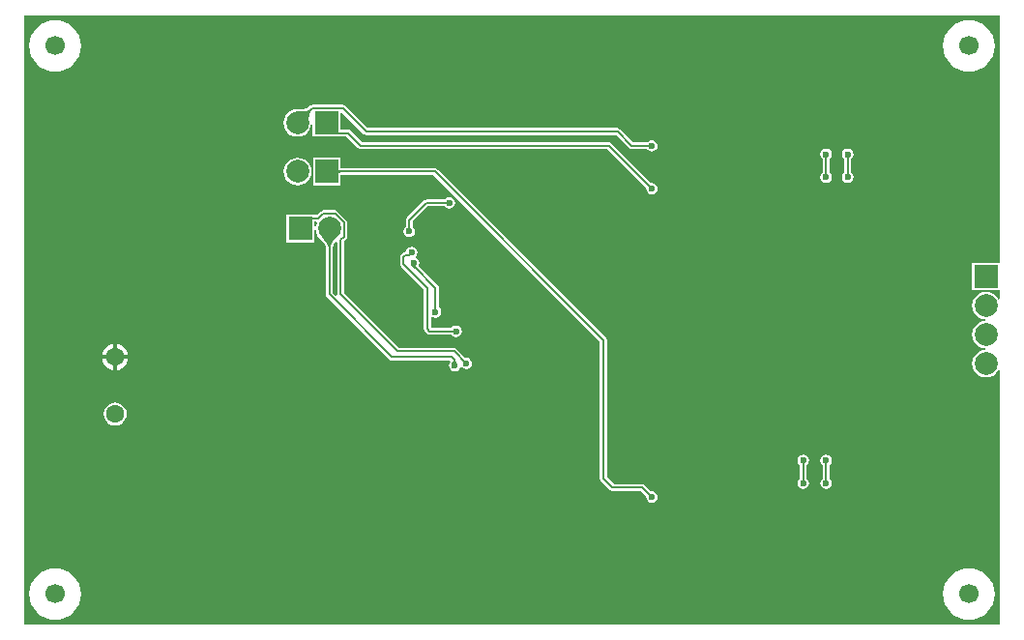
<source format=gbl>
G04*
G04 #@! TF.GenerationSoftware,Altium Limited,Altium Designer,20.1.8 (145)*
G04*
G04 Layer_Physical_Order=2*
G04 Layer_Color=16711680*
%FSLAX44Y44*%
%MOMM*%
G71*
G04*
G04 #@! TF.SameCoordinates,AACEBB51-4B8A-4FFF-B30A-F4DB7F9A4190*
G04*
G04*
G04 #@! TF.FilePolarity,Positive*
G04*
G01*
G75*
%ADD12C,0.2000*%
%ADD36C,1.7000*%
%ADD41C,0.6000*%
%ADD63C,1.6000*%
%ADD64C,2.0000*%
%ADD65R,2.0000X2.0000*%
%ADD66R,2.0000X2.0000*%
%ADD67C,0.5000*%
G36*
X856941Y319900D02*
X833000D01*
Y295900D01*
X856941D01*
Y288348D01*
X855671Y288095D01*
X855482Y288552D01*
X853559Y291059D01*
X851052Y292982D01*
X848133Y294191D01*
X845000Y294604D01*
X841867Y294191D01*
X838948Y292982D01*
X836441Y291059D01*
X834518Y288552D01*
X833309Y285633D01*
X832896Y282500D01*
X833309Y279367D01*
X834518Y276448D01*
X836441Y273941D01*
X838948Y272018D01*
X841867Y270809D01*
X844666Y270441D01*
Y269160D01*
X841867Y268791D01*
X838948Y267582D01*
X836441Y265658D01*
X834518Y263152D01*
X833309Y260233D01*
X832896Y257100D01*
X833309Y253967D01*
X834518Y251048D01*
X836441Y248542D01*
X838948Y246618D01*
X841867Y245409D01*
X844666Y245040D01*
Y243759D01*
X841867Y243391D01*
X838948Y242182D01*
X836441Y240259D01*
X834518Y237752D01*
X833309Y234833D01*
X832896Y231700D01*
X833309Y228567D01*
X834518Y225648D01*
X836441Y223141D01*
X838948Y221218D01*
X841867Y220009D01*
X845000Y219596D01*
X848133Y220009D01*
X851052Y221218D01*
X853559Y223141D01*
X855482Y225648D01*
X855671Y226105D01*
X856941Y225852D01*
Y3059D01*
X3059D01*
Y536941D01*
X856941D01*
Y319900D01*
D02*
G37*
%LPC*%
G36*
X830000Y532609D02*
X825589Y532174D01*
X821348Y530888D01*
X817439Y528799D01*
X814013Y525987D01*
X811201Y522561D01*
X809112Y518652D01*
X807826Y514411D01*
X807391Y510000D01*
X807826Y505589D01*
X809112Y501348D01*
X811201Y497439D01*
X814013Y494013D01*
X817439Y491201D01*
X821348Y489112D01*
X825589Y487826D01*
X830000Y487391D01*
X834411Y487826D01*
X838652Y489112D01*
X842561Y491201D01*
X845987Y494013D01*
X848799Y497439D01*
X850888Y501348D01*
X852174Y505589D01*
X852609Y510000D01*
X852174Y514411D01*
X850888Y518652D01*
X848799Y522561D01*
X845987Y525987D01*
X842561Y528799D01*
X838652Y530888D01*
X834411Y532174D01*
X830000Y532609D01*
D02*
G37*
G36*
X30000D02*
X25589Y532174D01*
X21348Y530888D01*
X17439Y528799D01*
X14013Y525987D01*
X11201Y522561D01*
X9112Y518652D01*
X7826Y514411D01*
X7391Y510000D01*
X7826Y505589D01*
X9112Y501348D01*
X11201Y497439D01*
X14013Y494013D01*
X17439Y491201D01*
X21348Y489112D01*
X25589Y487826D01*
X30000Y487391D01*
X34411Y487826D01*
X38652Y489112D01*
X42561Y491201D01*
X45987Y494013D01*
X48799Y497439D01*
X50888Y501348D01*
X52174Y505589D01*
X52609Y510000D01*
X52174Y514411D01*
X50888Y518652D01*
X48799Y522561D01*
X45987Y525987D01*
X42561Y528799D01*
X38652Y530888D01*
X34411Y532174D01*
X30000Y532609D01*
D02*
G37*
G36*
X282000Y458559D02*
X282000Y458559D01*
X255100D01*
X253930Y458326D01*
X252937Y457663D01*
X251143Y455869D01*
X251028Y455774D01*
X250682Y455574D01*
X250164Y455357D01*
X249480Y455147D01*
X248635Y454958D01*
X247679Y454805D01*
X243746Y454543D01*
X242584Y454540D01*
X242100Y454604D01*
X238967Y454191D01*
X236048Y452982D01*
X233542Y451059D01*
X231618Y448552D01*
X230409Y445633D01*
X229996Y442500D01*
X230409Y439367D01*
X231618Y436448D01*
X233542Y433941D01*
X236048Y432018D01*
X238967Y430809D01*
X242100Y430396D01*
X245233Y430809D01*
X248152Y432018D01*
X250658Y433941D01*
X252582Y436448D01*
X253791Y439367D01*
X254204Y442500D01*
X254140Y442984D01*
X254143Y444181D01*
X254163Y444804D01*
X254230Y444877D01*
X255500Y444384D01*
Y430500D01*
X276204D01*
X276500Y430441D01*
X276500Y430441D01*
X285233D01*
X295337Y420337D01*
X295337Y420337D01*
X296329Y419674D01*
X297500Y419441D01*
X513679D01*
X547530Y385590D01*
X547402Y384946D01*
X547790Y382995D01*
X548895Y381341D01*
X550549Y380236D01*
X552500Y379848D01*
X554451Y380236D01*
X556105Y381341D01*
X557210Y382995D01*
X557598Y384946D01*
X557210Y386897D01*
X556105Y388551D01*
X554451Y389656D01*
X552500Y390044D01*
X551856Y389916D01*
X517109Y424663D01*
X516116Y425326D01*
X514946Y425559D01*
X514946Y425559D01*
X298767D01*
X288663Y435663D01*
X287670Y436326D01*
X286500Y436559D01*
X286500Y436559D01*
X279500D01*
Y452352D01*
X280770Y452404D01*
X300337Y432837D01*
X301329Y432174D01*
X302500Y431941D01*
X302500Y431941D01*
X521233D01*
X532837Y420337D01*
X532837Y420337D01*
X533829Y419674D01*
X535000Y419441D01*
X548530D01*
X548895Y418895D01*
X550549Y417790D01*
X552500Y417402D01*
X554451Y417790D01*
X556105Y418895D01*
X557210Y420549D01*
X557598Y422500D01*
X557210Y424451D01*
X556105Y426105D01*
X554451Y427210D01*
X552500Y427598D01*
X550549Y427210D01*
X548895Y426105D01*
X548530Y425559D01*
X536267D01*
X524663Y437163D01*
X523671Y437826D01*
X522500Y438059D01*
X522500Y438059D01*
X303767D01*
X284163Y457663D01*
X283171Y458326D01*
X282000Y458559D01*
D02*
G37*
G36*
X724000Y420098D02*
X722049Y419710D01*
X720395Y418605D01*
X719290Y416951D01*
X718902Y415000D01*
X719290Y413049D01*
X720395Y411395D01*
X720941Y411030D01*
Y398970D01*
X720395Y398605D01*
X719290Y396951D01*
X718902Y395000D01*
X719290Y393049D01*
X720395Y391395D01*
X722049Y390290D01*
X724000Y389902D01*
X725951Y390290D01*
X727605Y391395D01*
X728710Y393049D01*
X729098Y395000D01*
X728710Y396951D01*
X727605Y398605D01*
X727059Y398970D01*
Y411030D01*
X727605Y411395D01*
X728710Y413049D01*
X729098Y415000D01*
X728710Y416951D01*
X727605Y418605D01*
X725951Y419710D01*
X724000Y420098D01*
D02*
G37*
G36*
X705000D02*
X703049Y419710D01*
X701395Y418605D01*
X700290Y416951D01*
X699902Y415000D01*
X700290Y413049D01*
X701395Y411395D01*
X701941Y411030D01*
Y398970D01*
X701395Y398605D01*
X700290Y396951D01*
X699902Y395000D01*
X700290Y393049D01*
X701395Y391395D01*
X703049Y390290D01*
X705000Y389902D01*
X706951Y390290D01*
X708605Y391395D01*
X709710Y393049D01*
X710098Y395000D01*
X709710Y396951D01*
X708605Y398605D01*
X708059Y398970D01*
Y411030D01*
X708605Y411395D01*
X709710Y413049D01*
X710098Y415000D01*
X709710Y416951D01*
X708605Y418605D01*
X706951Y419710D01*
X705000Y420098D01*
D02*
G37*
G36*
X242300Y412104D02*
X239167Y411691D01*
X236248Y410482D01*
X233741Y408559D01*
X231818Y406052D01*
X230609Y403133D01*
X230196Y400000D01*
X230609Y396867D01*
X231818Y393948D01*
X233741Y391441D01*
X236248Y389518D01*
X239167Y388309D01*
X242300Y387896D01*
X245433Y388309D01*
X248352Y389518D01*
X250858Y391441D01*
X252782Y393948D01*
X253991Y396867D01*
X254404Y400000D01*
X253991Y403133D01*
X252782Y406052D01*
X250858Y408559D01*
X248352Y410482D01*
X245433Y411691D01*
X242300Y412104D01*
D02*
G37*
G36*
X375000Y377598D02*
X373049Y377210D01*
X371395Y376105D01*
X371030Y375559D01*
X355000D01*
X353829Y375326D01*
X352837Y374663D01*
X352837Y374663D01*
X337837Y359663D01*
X337174Y358671D01*
X336941Y357500D01*
X336941Y357500D01*
Y351470D01*
X336395Y351105D01*
X335290Y349451D01*
X334902Y347500D01*
X335290Y345549D01*
X336395Y343895D01*
X338049Y342790D01*
X340000Y342402D01*
X341951Y342790D01*
X343605Y343895D01*
X344710Y345549D01*
X345098Y347500D01*
X344710Y349451D01*
X343605Y351105D01*
X343059Y351470D01*
Y356233D01*
X356267Y369441D01*
X371030D01*
X371395Y368895D01*
X373049Y367790D01*
X375000Y367402D01*
X376951Y367790D01*
X378605Y368895D01*
X379710Y370549D01*
X380098Y372500D01*
X379710Y374451D01*
X378605Y376105D01*
X376951Y377210D01*
X375000Y377598D01*
D02*
G37*
G36*
X275385Y366059D02*
X275385Y366059D01*
X264615D01*
X263445Y365826D01*
X262452Y365163D01*
X262452Y365163D01*
X259348Y362059D01*
X253600D01*
X253600Y362059D01*
X253304Y362000D01*
X232600D01*
Y338000D01*
X256600D01*
Y355941D01*
X258329D01*
X259035Y354885D01*
X258309Y353133D01*
X257896Y350000D01*
X258309Y346867D01*
X259518Y343948D01*
X261441Y341441D01*
X261829Y341144D01*
X262673Y340295D01*
X263635Y339270D01*
X265232Y337370D01*
X265812Y336570D01*
X266276Y335839D01*
X266611Y335206D01*
X266823Y334688D01*
X266927Y334301D01*
X266941Y334152D01*
Y292500D01*
X266941Y292500D01*
X267174Y291329D01*
X267837Y290337D01*
X322837Y235337D01*
X322837Y235337D01*
X323829Y234674D01*
X325000Y234441D01*
X375247D01*
X375376Y234394D01*
X375466Y234347D01*
X375567Y234277D01*
X375674Y234176D01*
X375776Y234039D01*
X375899Y233784D01*
X376063Y233171D01*
X376037Y233129D01*
X375892Y232918D01*
X375812Y232733D01*
X375290Y231951D01*
X374902Y230000D01*
X375290Y228049D01*
X376395Y226395D01*
X378049Y225290D01*
X380000Y224902D01*
X381951Y225290D01*
X383605Y226395D01*
X384710Y228049D01*
X384799Y228498D01*
X386147Y228766D01*
X386395Y228395D01*
X388049Y227290D01*
X390000Y226902D01*
X391951Y227290D01*
X393605Y228395D01*
X394710Y230049D01*
X395098Y232000D01*
X394710Y233951D01*
X393605Y235605D01*
X391951Y236710D01*
X390000Y237098D01*
X389356Y236970D01*
X381663Y244663D01*
X380671Y245326D01*
X379500Y245559D01*
X379500Y245559D01*
X331267D01*
X283059Y293767D01*
Y338733D01*
X285163Y340837D01*
X285163Y340837D01*
X285826Y341829D01*
X286059Y343000D01*
X286059Y343000D01*
Y355385D01*
X285826Y356555D01*
X285163Y357548D01*
X285163Y357548D01*
X277548Y365163D01*
X276555Y365826D01*
X275385Y366059D01*
D02*
G37*
G36*
X342000Y334098D02*
X340049Y333710D01*
X338395Y332605D01*
X337290Y330951D01*
X337201Y330502D01*
X336500Y329559D01*
X335330Y329326D01*
X334337Y328663D01*
X334337Y328663D01*
X332837Y327163D01*
X332174Y326171D01*
X331941Y325000D01*
X331941Y325000D01*
Y319000D01*
X331941Y319000D01*
X332174Y317829D01*
X332837Y316837D01*
X352941Y296733D01*
Y262000D01*
X352941Y262000D01*
X353174Y260830D01*
X353837Y259837D01*
X355837Y257837D01*
X355837Y257837D01*
X356829Y257174D01*
X358000Y256941D01*
X358000Y256941D01*
X377030D01*
X377395Y256395D01*
X379049Y255290D01*
X381000Y254902D01*
X382951Y255290D01*
X384605Y256395D01*
X385710Y258049D01*
X386098Y260000D01*
X385710Y261951D01*
X384605Y263605D01*
X382951Y264710D01*
X381000Y265098D01*
X379049Y264710D01*
X377395Y263605D01*
X377030Y263059D01*
X359267D01*
X359059Y263267D01*
Y272093D01*
X360329Y272771D01*
X361049Y272290D01*
X363000Y271902D01*
X364951Y272290D01*
X366605Y273395D01*
X367710Y275049D01*
X368098Y277000D01*
X367710Y278951D01*
X366605Y280605D01*
X366059Y280970D01*
Y298000D01*
X366059Y298000D01*
X365826Y299170D01*
X365163Y300163D01*
X348136Y317190D01*
X348710Y318049D01*
X349098Y320000D01*
X348710Y321951D01*
X347605Y323605D01*
X346371Y324429D01*
X345961Y324946D01*
X346005Y325994D01*
X346710Y327049D01*
X347098Y329000D01*
X346710Y330951D01*
X345605Y332605D01*
X343951Y333710D01*
X342000Y334098D01*
D02*
G37*
G36*
X84250Y248869D02*
Y239250D01*
X93869D01*
X93704Y240502D01*
X92545Y243300D01*
X90702Y245702D01*
X88300Y247545D01*
X85502Y248704D01*
X84250Y248869D01*
D02*
G37*
G36*
X80750D02*
X79498Y248704D01*
X76700Y247545D01*
X74298Y245702D01*
X72455Y243300D01*
X71296Y240502D01*
X71131Y239250D01*
X80750D01*
Y248869D01*
D02*
G37*
G36*
X93869Y235750D02*
X84250D01*
Y226131D01*
X85502Y226296D01*
X88300Y227455D01*
X90702Y229298D01*
X92545Y231700D01*
X93704Y234498D01*
X93869Y235750D01*
D02*
G37*
G36*
X80750D02*
X71131D01*
X71296Y234498D01*
X72455Y231700D01*
X74298Y229298D01*
X76700Y227455D01*
X79498Y226296D01*
X80750Y226131D01*
Y235750D01*
D02*
G37*
G36*
X82500Y197586D02*
X79889Y197243D01*
X77457Y196235D01*
X75368Y194632D01*
X73765Y192543D01*
X72757Y190110D01*
X72414Y187500D01*
X72757Y184890D01*
X73765Y182457D01*
X75368Y180368D01*
X77457Y178765D01*
X79889Y177757D01*
X82500Y177414D01*
X85111Y177757D01*
X87543Y178765D01*
X89632Y180368D01*
X91235Y182457D01*
X92243Y184890D01*
X92586Y187500D01*
X92243Y190110D01*
X91235Y192543D01*
X89632Y194632D01*
X87543Y196235D01*
X85111Y197243D01*
X82500Y197586D01*
D02*
G37*
G36*
X705000Y152098D02*
X703049Y151710D01*
X701395Y150605D01*
X700290Y148951D01*
X699902Y147000D01*
X700290Y145049D01*
X701395Y143395D01*
X701941Y143030D01*
Y130970D01*
X701395Y130605D01*
X700290Y128951D01*
X699902Y127000D01*
X700290Y125049D01*
X701395Y123395D01*
X703049Y122290D01*
X705000Y121902D01*
X706951Y122290D01*
X708605Y123395D01*
X709710Y125049D01*
X710098Y127000D01*
X709710Y128951D01*
X708605Y130605D01*
X708059Y130970D01*
Y143030D01*
X708605Y143395D01*
X709710Y145049D01*
X710098Y147000D01*
X709710Y148951D01*
X708605Y150605D01*
X706951Y151710D01*
X705000Y152098D01*
D02*
G37*
G36*
X685000D02*
X683049Y151710D01*
X681395Y150605D01*
X680290Y148951D01*
X679902Y147000D01*
X680290Y145049D01*
X681395Y143395D01*
X681941Y143030D01*
Y130970D01*
X681395Y130605D01*
X680290Y128951D01*
X679902Y127000D01*
X680290Y125049D01*
X681395Y123395D01*
X683049Y122290D01*
X685000Y121902D01*
X686951Y122290D01*
X688605Y123395D01*
X689710Y125049D01*
X690098Y127000D01*
X689710Y128951D01*
X688605Y130605D01*
X688059Y130970D01*
Y143030D01*
X688605Y143395D01*
X689710Y145049D01*
X690098Y147000D01*
X689710Y148951D01*
X688605Y150605D01*
X686951Y151710D01*
X685000Y152098D01*
D02*
G37*
G36*
X279700Y412000D02*
X255700D01*
Y388000D01*
X279700D01*
Y396941D01*
X361233D01*
X506941Y251233D01*
Y131172D01*
X506941Y131172D01*
X507174Y130001D01*
X507837Y129009D01*
X515636Y121210D01*
X515636Y121210D01*
X516628Y120547D01*
X517799Y120314D01*
X542860D01*
X547530Y115644D01*
X547402Y115000D01*
X547790Y113049D01*
X548895Y111395D01*
X550549Y110290D01*
X552500Y109902D01*
X554451Y110290D01*
X556105Y111395D01*
X557210Y113049D01*
X557598Y115000D01*
X557210Y116951D01*
X556105Y118605D01*
X554451Y119710D01*
X552500Y120098D01*
X551856Y119970D01*
X546290Y125536D01*
X545298Y126199D01*
X544127Y126432D01*
X544127Y126432D01*
X519066D01*
X513059Y132439D01*
Y252500D01*
X513059Y252500D01*
X512826Y253671D01*
X512163Y254663D01*
X512163Y254663D01*
X364663Y402163D01*
X363671Y402826D01*
X362500Y403059D01*
X362500Y403059D01*
X279700D01*
Y412000D01*
D02*
G37*
G36*
X830000Y52609D02*
X825589Y52174D01*
X821348Y50888D01*
X817439Y48799D01*
X814013Y45987D01*
X811201Y42561D01*
X809112Y38652D01*
X807826Y34411D01*
X807391Y30000D01*
X807826Y25589D01*
X809112Y21348D01*
X811201Y17439D01*
X814013Y14013D01*
X817439Y11201D01*
X821348Y9112D01*
X825589Y7826D01*
X830000Y7391D01*
X834411Y7826D01*
X838652Y9112D01*
X842561Y11201D01*
X845987Y14013D01*
X848799Y17439D01*
X850888Y21348D01*
X852174Y25589D01*
X852609Y30000D01*
X852174Y34411D01*
X850888Y38652D01*
X848799Y42561D01*
X845987Y45987D01*
X842561Y48799D01*
X838652Y50888D01*
X834411Y52174D01*
X830000Y52609D01*
D02*
G37*
G36*
X30000D02*
X25589Y52174D01*
X21348Y50888D01*
X17439Y48799D01*
X14013Y45987D01*
X11201Y42561D01*
X9112Y38652D01*
X7826Y34411D01*
X7391Y30000D01*
X7826Y25589D01*
X9112Y21348D01*
X11201Y17439D01*
X14013Y14013D01*
X17439Y11201D01*
X21348Y9112D01*
X25589Y7826D01*
X30000Y7391D01*
X34411Y7826D01*
X38652Y9112D01*
X42561Y11201D01*
X45987Y14013D01*
X48799Y17439D01*
X50888Y21348D01*
X52174Y25589D01*
X52609Y30000D01*
X52174Y34411D01*
X50888Y38652D01*
X48799Y42561D01*
X45987Y45987D01*
X42561Y48799D01*
X38652Y50888D01*
X34411Y52174D01*
X30000Y52609D01*
D02*
G37*
%LPD*%
G36*
X254085Y453071D02*
X253693Y452594D01*
X253344Y451990D01*
X253037Y451259D01*
X252774Y450402D01*
X252554Y449418D01*
X252377Y448308D01*
X252152Y445707D01*
X252104Y444217D01*
X252099Y442600D01*
X242200Y452500D01*
X243817Y452504D01*
X247908Y452777D01*
X249018Y452954D01*
X250002Y453174D01*
X250859Y453437D01*
X251590Y453744D01*
X252194Y454093D01*
X252671Y454485D01*
X254085Y453071D01*
D02*
G37*
G36*
X277461Y435310D02*
X277523Y435140D01*
X277626Y434990D01*
X277769Y434860D01*
X277952Y434750D01*
X278175Y434660D01*
X278438Y434590D01*
X278742Y434540D01*
X279086Y434510D01*
X279470Y434500D01*
Y432500D01*
X277470Y432531D01*
X277439Y435500D01*
X277461Y435310D01*
D02*
G37*
G36*
X256569Y358000D02*
X256186Y357990D01*
X255842Y357960D01*
X255538Y357910D01*
X255275Y357840D01*
X255052Y357750D01*
X254869Y357640D01*
X254726Y357510D01*
X254624Y357360D01*
X254561Y357190D01*
X254539Y357000D01*
X254569Y359969D01*
X256569Y360000D01*
Y358000D01*
D02*
G37*
G36*
X275860Y341712D02*
X273160Y338626D01*
X272500Y337716D01*
X271960Y336865D01*
X271540Y336072D01*
X271240Y335339D01*
X271060Y334665D01*
X271000Y334050D01*
X269000D01*
X268940Y334665D01*
X268760Y335339D01*
X268460Y336072D01*
X268040Y336865D01*
X267500Y337716D01*
X266840Y338626D01*
X265160Y340624D01*
X264140Y341712D01*
X263000Y342859D01*
X277000D01*
X275860Y341712D01*
D02*
G37*
G36*
X276941Y338046D02*
Y292500D01*
X276941Y292500D01*
X275898Y291236D01*
X275629Y291196D01*
X273059Y293767D01*
Y334152D01*
X273073Y334301D01*
X273177Y334687D01*
X273389Y335206D01*
X273725Y335840D01*
X274188Y336570D01*
X274756Y337354D01*
X275752Y338492D01*
X276941Y338046D01*
D02*
G37*
G36*
X380512Y234474D02*
X380549Y234202D01*
X380609Y233942D01*
X380694Y233694D01*
X380803Y233459D01*
X380937Y233235D01*
X381095Y233024D01*
X381277Y232824D01*
X381483Y232637D01*
X381714Y232463D01*
X377572Y231763D01*
X377749Y232019D01*
X377906Y232277D01*
X378045Y232536D01*
X378166Y232798D01*
X378268Y233060D01*
X378352Y233325D01*
X378416Y233591D01*
X378463Y233858D01*
X378491Y234127D01*
X378500Y234398D01*
X380500Y234758D01*
X380512Y234474D01*
D02*
G37*
G36*
X345963Y317701D02*
X345864Y317537D01*
X345804Y317367D01*
X345782Y317188D01*
X345797Y317003D01*
X345851Y316810D01*
X345943Y316610D01*
X346073Y316403D01*
X346241Y316189D01*
X346447Y315967D01*
X344566Y315020D01*
X342226Y317581D01*
X346100Y317858D01*
X345963Y317701D01*
D02*
G37*
G36*
X277659Y401810D02*
X277720Y401640D01*
X277822Y401490D01*
X277964Y401360D01*
X278147Y401250D01*
X278370Y401160D01*
X278634Y401090D01*
X278939Y401040D01*
X279284Y401010D01*
X279669Y401000D01*
Y399000D01*
X279284Y398990D01*
X278939Y398960D01*
X278634Y398910D01*
X278370Y398840D01*
X278147Y398750D01*
X277964Y398640D01*
X277822Y398510D01*
X277720Y398360D01*
X277659Y398190D01*
X277639Y398000D01*
Y402000D01*
X277659Y401810D01*
D02*
G37*
D12*
X330000Y242500D02*
X379500D01*
X390000Y232000D01*
X344000Y317000D02*
Y320000D01*
Y317000D02*
X363000Y298000D01*
X339500Y326500D02*
X342000Y329000D01*
X336500Y326500D02*
X339500D01*
X335000Y325000D02*
X336500Y326500D01*
X335000Y319000D02*
X356000Y298000D01*
Y262000D02*
Y298000D01*
X335000Y319000D02*
Y325000D01*
X340000Y347500D02*
Y357500D01*
X705000Y127000D02*
Y147000D01*
X724000Y395000D02*
Y415000D01*
X362500Y400000D02*
X510000Y252500D01*
X544127Y123373D02*
X552500Y115000D01*
X510000Y131172D02*
Y252500D01*
X517799Y123373D02*
X544127D01*
X510000Y131172D02*
X517799Y123373D01*
X267700Y400000D02*
X362500D01*
X705000Y395000D02*
Y415000D01*
X685000Y127000D02*
Y147000D01*
X282000Y455500D02*
X302500Y435000D01*
X522500D02*
X535000Y422500D01*
X302500Y435000D02*
X522500D01*
X242100Y442500D02*
X255100Y455500D01*
X282000D01*
X297500Y422500D02*
X514946D01*
X286500Y433500D02*
X297500Y422500D01*
X276500Y433500D02*
X286500D01*
X535000Y422500D02*
X552500D01*
X514946D02*
X552500Y384946D01*
X267500Y442500D02*
X276500Y433500D01*
X355000Y372500D02*
X375000D01*
X340000Y357500D02*
X355000Y372500D01*
X280000Y292500D02*
Y340000D01*
X270000Y292500D02*
X325000Y237500D01*
X377500D01*
X270000Y292500D02*
Y350000D01*
X280000Y340000D02*
X283000Y343000D01*
Y355385D01*
X253600Y359000D02*
X260615D01*
X275385Y363000D02*
X283000Y355385D01*
X244600Y350000D02*
X253600Y359000D01*
X260615D02*
X264615Y363000D01*
X275385D01*
X280000Y292500D02*
X330000Y242500D01*
X379500Y230500D02*
X380000Y230000D01*
X379500Y230500D02*
Y235500D01*
X377500Y237500D02*
X379500Y235500D01*
X363000Y277000D02*
Y298000D01*
X356000Y262000D02*
X358000Y260000D01*
X381000D01*
D36*
X30000Y510000D02*
D03*
X830000D02*
D03*
Y30000D02*
D03*
X30000D02*
D03*
D41*
X790000Y440000D02*
D03*
X840000Y340000D02*
D03*
X790000Y240000D02*
D03*
X840000Y140000D02*
D03*
X790000Y40000D02*
D03*
X690000Y440000D02*
D03*
X740000Y340000D02*
D03*
X690000Y40000D02*
D03*
X590000Y440000D02*
D03*
X640000Y340000D02*
D03*
X590000Y240000D02*
D03*
Y40000D02*
D03*
X540000Y140000D02*
D03*
X490000Y40000D02*
D03*
X390000D02*
D03*
X290000D02*
D03*
X190000Y440000D02*
D03*
Y240000D02*
D03*
Y40000D02*
D03*
X90000Y440000D02*
D03*
X140000Y340000D02*
D03*
Y140000D02*
D03*
X90000Y40000D02*
D03*
X323000Y157500D02*
D03*
X390000Y232000D02*
D03*
X344000Y320000D02*
D03*
X342000Y329000D02*
D03*
X552500Y422500D02*
D03*
X340000Y347500D02*
D03*
X705000Y147000D02*
D03*
Y127000D02*
D03*
X724000Y395000D02*
D03*
Y415000D02*
D03*
X705000D02*
D03*
Y395000D02*
D03*
X685000Y127000D02*
D03*
Y147000D02*
D03*
X552500Y384946D02*
D03*
X375000Y372500D02*
D03*
X552500Y115000D02*
D03*
X380000Y230000D02*
D03*
X363000Y277000D02*
D03*
X381000Y260000D02*
D03*
D63*
X82500Y237500D02*
D03*
Y187500D02*
D03*
D64*
X242100Y442500D02*
D03*
X845000Y231700D02*
D03*
Y282500D02*
D03*
Y257100D02*
D03*
X242300Y400000D02*
D03*
X270000Y350000D02*
D03*
D65*
X267500Y442500D02*
D03*
X267700Y400000D02*
D03*
X244600Y350000D02*
D03*
D66*
X845000Y307900D02*
D03*
D67*
X377500Y184000D02*
D03*
X366500Y206000D02*
D03*
X388500Y321500D02*
D03*
Y343500D02*
D03*
Y206000D02*
D03*
X377500Y195000D02*
D03*
Y332500D02*
D03*
X366500Y184000D02*
D03*
Y343500D02*
D03*
Y321500D02*
D03*
X388500Y184000D02*
D03*
Y332500D02*
D03*
X377500Y343500D02*
D03*
Y206000D02*
D03*
X366500Y195000D02*
D03*
X377500Y321500D02*
D03*
X366500Y332500D02*
D03*
X388500Y195000D02*
D03*
M02*

</source>
